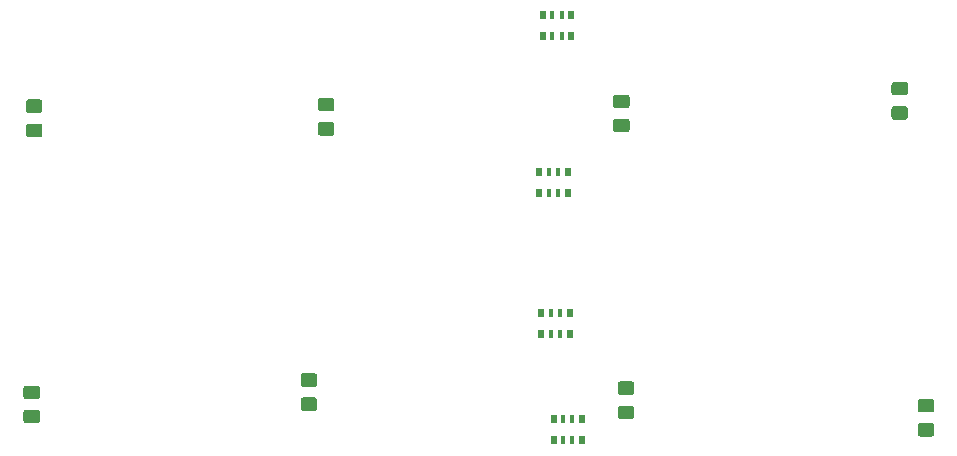
<source format=gbr>
G04 #@! TF.GenerationSoftware,KiCad,Pcbnew,(5.1.5)-3*
G04 #@! TF.CreationDate,2020-07-03T21:40:14-07:00*
G04 #@! TF.ProjectId,Sparkfun_buttons,53706172-6b66-4756-9e5f-627574746f6e,rev?*
G04 #@! TF.SameCoordinates,Original*
G04 #@! TF.FileFunction,Paste,Bot*
G04 #@! TF.FilePolarity,Positive*
%FSLAX46Y46*%
G04 Gerber Fmt 4.6, Leading zero omitted, Abs format (unit mm)*
G04 Created by KiCad (PCBNEW (5.1.5)-3) date 2020-07-03 21:40:14*
%MOMM*%
%LPD*%
G04 APERTURE LIST*
%ADD10C,0.100000*%
%ADD11R,0.500000X0.800000*%
%ADD12R,0.400000X0.800000*%
G04 APERTURE END LIST*
D10*
G36*
X86021705Y-51768204D02*
G01*
X86045973Y-51771804D01*
X86069772Y-51777765D01*
X86092871Y-51786030D01*
X86115050Y-51796520D01*
X86136093Y-51809132D01*
X86155799Y-51823747D01*
X86173977Y-51840223D01*
X86190453Y-51858401D01*
X86205068Y-51878107D01*
X86217680Y-51899150D01*
X86228170Y-51921329D01*
X86236435Y-51944428D01*
X86242396Y-51968227D01*
X86245996Y-51992495D01*
X86247200Y-52016999D01*
X86247200Y-52667001D01*
X86245996Y-52691505D01*
X86242396Y-52715773D01*
X86236435Y-52739572D01*
X86228170Y-52762671D01*
X86217680Y-52784850D01*
X86205068Y-52805893D01*
X86190453Y-52825599D01*
X86173977Y-52843777D01*
X86155799Y-52860253D01*
X86136093Y-52874868D01*
X86115050Y-52887480D01*
X86092871Y-52897970D01*
X86069772Y-52906235D01*
X86045973Y-52912196D01*
X86021705Y-52915796D01*
X85997201Y-52917000D01*
X85097199Y-52917000D01*
X85072695Y-52915796D01*
X85048427Y-52912196D01*
X85024628Y-52906235D01*
X85001529Y-52897970D01*
X84979350Y-52887480D01*
X84958307Y-52874868D01*
X84938601Y-52860253D01*
X84920423Y-52843777D01*
X84903947Y-52825599D01*
X84889332Y-52805893D01*
X84876720Y-52784850D01*
X84866230Y-52762671D01*
X84857965Y-52739572D01*
X84852004Y-52715773D01*
X84848404Y-52691505D01*
X84847200Y-52667001D01*
X84847200Y-52016999D01*
X84848404Y-51992495D01*
X84852004Y-51968227D01*
X84857965Y-51944428D01*
X84866230Y-51921329D01*
X84876720Y-51899150D01*
X84889332Y-51878107D01*
X84903947Y-51858401D01*
X84920423Y-51840223D01*
X84938601Y-51823747D01*
X84958307Y-51809132D01*
X84979350Y-51796520D01*
X85001529Y-51786030D01*
X85024628Y-51777765D01*
X85048427Y-51771804D01*
X85072695Y-51768204D01*
X85097199Y-51767000D01*
X85997201Y-51767000D01*
X86021705Y-51768204D01*
G37*
G36*
X86021705Y-49718204D02*
G01*
X86045973Y-49721804D01*
X86069772Y-49727765D01*
X86092871Y-49736030D01*
X86115050Y-49746520D01*
X86136093Y-49759132D01*
X86155799Y-49773747D01*
X86173977Y-49790223D01*
X86190453Y-49808401D01*
X86205068Y-49828107D01*
X86217680Y-49849150D01*
X86228170Y-49871329D01*
X86236435Y-49894428D01*
X86242396Y-49918227D01*
X86245996Y-49942495D01*
X86247200Y-49966999D01*
X86247200Y-50617001D01*
X86245996Y-50641505D01*
X86242396Y-50665773D01*
X86236435Y-50689572D01*
X86228170Y-50712671D01*
X86217680Y-50734850D01*
X86205068Y-50755893D01*
X86190453Y-50775599D01*
X86173977Y-50793777D01*
X86155799Y-50810253D01*
X86136093Y-50824868D01*
X86115050Y-50837480D01*
X86092871Y-50847970D01*
X86069772Y-50856235D01*
X86045973Y-50862196D01*
X86021705Y-50865796D01*
X85997201Y-50867000D01*
X85097199Y-50867000D01*
X85072695Y-50865796D01*
X85048427Y-50862196D01*
X85024628Y-50856235D01*
X85001529Y-50847970D01*
X84979350Y-50837480D01*
X84958307Y-50824868D01*
X84938601Y-50810253D01*
X84920423Y-50793777D01*
X84903947Y-50775599D01*
X84889332Y-50755893D01*
X84876720Y-50734850D01*
X84866230Y-50712671D01*
X84857965Y-50689572D01*
X84852004Y-50665773D01*
X84848404Y-50641505D01*
X84847200Y-50617001D01*
X84847200Y-49966999D01*
X84848404Y-49942495D01*
X84852004Y-49918227D01*
X84857965Y-49894428D01*
X84866230Y-49871329D01*
X84876720Y-49849150D01*
X84889332Y-49828107D01*
X84903947Y-49808401D01*
X84920423Y-49790223D01*
X84938601Y-49773747D01*
X84958307Y-49759132D01*
X84979350Y-49746520D01*
X85001529Y-49736030D01*
X85024628Y-49727765D01*
X85048427Y-49721804D01*
X85072695Y-49718204D01*
X85097199Y-49717000D01*
X85997201Y-49717000D01*
X86021705Y-49718204D01*
G37*
G36*
X85805805Y-75999804D02*
G01*
X85830073Y-76003404D01*
X85853872Y-76009365D01*
X85876971Y-76017630D01*
X85899150Y-76028120D01*
X85920193Y-76040732D01*
X85939899Y-76055347D01*
X85958077Y-76071823D01*
X85974553Y-76090001D01*
X85989168Y-76109707D01*
X86001780Y-76130750D01*
X86012270Y-76152929D01*
X86020535Y-76176028D01*
X86026496Y-76199827D01*
X86030096Y-76224095D01*
X86031300Y-76248599D01*
X86031300Y-76898601D01*
X86030096Y-76923105D01*
X86026496Y-76947373D01*
X86020535Y-76971172D01*
X86012270Y-76994271D01*
X86001780Y-77016450D01*
X85989168Y-77037493D01*
X85974553Y-77057199D01*
X85958077Y-77075377D01*
X85939899Y-77091853D01*
X85920193Y-77106468D01*
X85899150Y-77119080D01*
X85876971Y-77129570D01*
X85853872Y-77137835D01*
X85830073Y-77143796D01*
X85805805Y-77147396D01*
X85781301Y-77148600D01*
X84881299Y-77148600D01*
X84856795Y-77147396D01*
X84832527Y-77143796D01*
X84808728Y-77137835D01*
X84785629Y-77129570D01*
X84763450Y-77119080D01*
X84742407Y-77106468D01*
X84722701Y-77091853D01*
X84704523Y-77075377D01*
X84688047Y-77057199D01*
X84673432Y-77037493D01*
X84660820Y-77016450D01*
X84650330Y-76994271D01*
X84642065Y-76971172D01*
X84636104Y-76947373D01*
X84632504Y-76923105D01*
X84631300Y-76898601D01*
X84631300Y-76248599D01*
X84632504Y-76224095D01*
X84636104Y-76199827D01*
X84642065Y-76176028D01*
X84650330Y-76152929D01*
X84660820Y-76130750D01*
X84673432Y-76109707D01*
X84688047Y-76090001D01*
X84704523Y-76071823D01*
X84722701Y-76055347D01*
X84742407Y-76040732D01*
X84763450Y-76028120D01*
X84785629Y-76017630D01*
X84808728Y-76009365D01*
X84832527Y-76003404D01*
X84856795Y-75999804D01*
X84881299Y-75998600D01*
X85781301Y-75998600D01*
X85805805Y-75999804D01*
G37*
G36*
X85805805Y-73949804D02*
G01*
X85830073Y-73953404D01*
X85853872Y-73959365D01*
X85876971Y-73967630D01*
X85899150Y-73978120D01*
X85920193Y-73990732D01*
X85939899Y-74005347D01*
X85958077Y-74021823D01*
X85974553Y-74040001D01*
X85989168Y-74059707D01*
X86001780Y-74080750D01*
X86012270Y-74102929D01*
X86020535Y-74126028D01*
X86026496Y-74149827D01*
X86030096Y-74174095D01*
X86031300Y-74198599D01*
X86031300Y-74848601D01*
X86030096Y-74873105D01*
X86026496Y-74897373D01*
X86020535Y-74921172D01*
X86012270Y-74944271D01*
X86001780Y-74966450D01*
X85989168Y-74987493D01*
X85974553Y-75007199D01*
X85958077Y-75025377D01*
X85939899Y-75041853D01*
X85920193Y-75056468D01*
X85899150Y-75069080D01*
X85876971Y-75079570D01*
X85853872Y-75087835D01*
X85830073Y-75093796D01*
X85805805Y-75097396D01*
X85781301Y-75098600D01*
X84881299Y-75098600D01*
X84856795Y-75097396D01*
X84832527Y-75093796D01*
X84808728Y-75087835D01*
X84785629Y-75079570D01*
X84763450Y-75069080D01*
X84742407Y-75056468D01*
X84722701Y-75041853D01*
X84704523Y-75025377D01*
X84688047Y-75007199D01*
X84673432Y-74987493D01*
X84660820Y-74966450D01*
X84650330Y-74944271D01*
X84642065Y-74921172D01*
X84636104Y-74897373D01*
X84632504Y-74873105D01*
X84631300Y-74848601D01*
X84631300Y-74198599D01*
X84632504Y-74174095D01*
X84636104Y-74149827D01*
X84642065Y-74126028D01*
X84650330Y-74102929D01*
X84660820Y-74080750D01*
X84673432Y-74059707D01*
X84688047Y-74040001D01*
X84704523Y-74021823D01*
X84722701Y-74005347D01*
X84742407Y-73990732D01*
X84763450Y-73978120D01*
X84785629Y-73967630D01*
X84808728Y-73959365D01*
X84832527Y-73953404D01*
X84856795Y-73949804D01*
X84881299Y-73948600D01*
X85781301Y-73948600D01*
X85805805Y-73949804D01*
G37*
G36*
X110735905Y-49591204D02*
G01*
X110760173Y-49594804D01*
X110783972Y-49600765D01*
X110807071Y-49609030D01*
X110829250Y-49619520D01*
X110850293Y-49632132D01*
X110869999Y-49646747D01*
X110888177Y-49663223D01*
X110904653Y-49681401D01*
X110919268Y-49701107D01*
X110931880Y-49722150D01*
X110942370Y-49744329D01*
X110950635Y-49767428D01*
X110956596Y-49791227D01*
X110960196Y-49815495D01*
X110961400Y-49839999D01*
X110961400Y-50490001D01*
X110960196Y-50514505D01*
X110956596Y-50538773D01*
X110950635Y-50562572D01*
X110942370Y-50585671D01*
X110931880Y-50607850D01*
X110919268Y-50628893D01*
X110904653Y-50648599D01*
X110888177Y-50666777D01*
X110869999Y-50683253D01*
X110850293Y-50697868D01*
X110829250Y-50710480D01*
X110807071Y-50720970D01*
X110783972Y-50729235D01*
X110760173Y-50735196D01*
X110735905Y-50738796D01*
X110711401Y-50740000D01*
X109811399Y-50740000D01*
X109786895Y-50738796D01*
X109762627Y-50735196D01*
X109738828Y-50729235D01*
X109715729Y-50720970D01*
X109693550Y-50710480D01*
X109672507Y-50697868D01*
X109652801Y-50683253D01*
X109634623Y-50666777D01*
X109618147Y-50648599D01*
X109603532Y-50628893D01*
X109590920Y-50607850D01*
X109580430Y-50585671D01*
X109572165Y-50562572D01*
X109566204Y-50538773D01*
X109562604Y-50514505D01*
X109561400Y-50490001D01*
X109561400Y-49839999D01*
X109562604Y-49815495D01*
X109566204Y-49791227D01*
X109572165Y-49767428D01*
X109580430Y-49744329D01*
X109590920Y-49722150D01*
X109603532Y-49701107D01*
X109618147Y-49681401D01*
X109634623Y-49663223D01*
X109652801Y-49646747D01*
X109672507Y-49632132D01*
X109693550Y-49619520D01*
X109715729Y-49609030D01*
X109738828Y-49600765D01*
X109762627Y-49594804D01*
X109786895Y-49591204D01*
X109811399Y-49590000D01*
X110711401Y-49590000D01*
X110735905Y-49591204D01*
G37*
G36*
X110735905Y-51641204D02*
G01*
X110760173Y-51644804D01*
X110783972Y-51650765D01*
X110807071Y-51659030D01*
X110829250Y-51669520D01*
X110850293Y-51682132D01*
X110869999Y-51696747D01*
X110888177Y-51713223D01*
X110904653Y-51731401D01*
X110919268Y-51751107D01*
X110931880Y-51772150D01*
X110942370Y-51794329D01*
X110950635Y-51817428D01*
X110956596Y-51841227D01*
X110960196Y-51865495D01*
X110961400Y-51889999D01*
X110961400Y-52540001D01*
X110960196Y-52564505D01*
X110956596Y-52588773D01*
X110950635Y-52612572D01*
X110942370Y-52635671D01*
X110931880Y-52657850D01*
X110919268Y-52678893D01*
X110904653Y-52698599D01*
X110888177Y-52716777D01*
X110869999Y-52733253D01*
X110850293Y-52747868D01*
X110829250Y-52760480D01*
X110807071Y-52770970D01*
X110783972Y-52779235D01*
X110760173Y-52785196D01*
X110735905Y-52788796D01*
X110711401Y-52790000D01*
X109811399Y-52790000D01*
X109786895Y-52788796D01*
X109762627Y-52785196D01*
X109738828Y-52779235D01*
X109715729Y-52770970D01*
X109693550Y-52760480D01*
X109672507Y-52747868D01*
X109652801Y-52733253D01*
X109634623Y-52716777D01*
X109618147Y-52698599D01*
X109603532Y-52678893D01*
X109590920Y-52657850D01*
X109580430Y-52635671D01*
X109572165Y-52612572D01*
X109566204Y-52588773D01*
X109562604Y-52564505D01*
X109561400Y-52540001D01*
X109561400Y-51889999D01*
X109562604Y-51865495D01*
X109566204Y-51841227D01*
X109572165Y-51817428D01*
X109580430Y-51794329D01*
X109590920Y-51772150D01*
X109603532Y-51751107D01*
X109618147Y-51731401D01*
X109634623Y-51713223D01*
X109652801Y-51696747D01*
X109672507Y-51682132D01*
X109693550Y-51669520D01*
X109715729Y-51659030D01*
X109738828Y-51650765D01*
X109762627Y-51644804D01*
X109786895Y-51641204D01*
X109811399Y-51640000D01*
X110711401Y-51640000D01*
X110735905Y-51641204D01*
G37*
G36*
X109275405Y-72895704D02*
G01*
X109299673Y-72899304D01*
X109323472Y-72905265D01*
X109346571Y-72913530D01*
X109368750Y-72924020D01*
X109389793Y-72936632D01*
X109409499Y-72951247D01*
X109427677Y-72967723D01*
X109444153Y-72985901D01*
X109458768Y-73005607D01*
X109471380Y-73026650D01*
X109481870Y-73048829D01*
X109490135Y-73071928D01*
X109496096Y-73095727D01*
X109499696Y-73119995D01*
X109500900Y-73144499D01*
X109500900Y-73794501D01*
X109499696Y-73819005D01*
X109496096Y-73843273D01*
X109490135Y-73867072D01*
X109481870Y-73890171D01*
X109471380Y-73912350D01*
X109458768Y-73933393D01*
X109444153Y-73953099D01*
X109427677Y-73971277D01*
X109409499Y-73987753D01*
X109389793Y-74002368D01*
X109368750Y-74014980D01*
X109346571Y-74025470D01*
X109323472Y-74033735D01*
X109299673Y-74039696D01*
X109275405Y-74043296D01*
X109250901Y-74044500D01*
X108350899Y-74044500D01*
X108326395Y-74043296D01*
X108302127Y-74039696D01*
X108278328Y-74033735D01*
X108255229Y-74025470D01*
X108233050Y-74014980D01*
X108212007Y-74002368D01*
X108192301Y-73987753D01*
X108174123Y-73971277D01*
X108157647Y-73953099D01*
X108143032Y-73933393D01*
X108130420Y-73912350D01*
X108119930Y-73890171D01*
X108111665Y-73867072D01*
X108105704Y-73843273D01*
X108102104Y-73819005D01*
X108100900Y-73794501D01*
X108100900Y-73144499D01*
X108102104Y-73119995D01*
X108105704Y-73095727D01*
X108111665Y-73071928D01*
X108119930Y-73048829D01*
X108130420Y-73026650D01*
X108143032Y-73005607D01*
X108157647Y-72985901D01*
X108174123Y-72967723D01*
X108192301Y-72951247D01*
X108212007Y-72936632D01*
X108233050Y-72924020D01*
X108255229Y-72913530D01*
X108278328Y-72905265D01*
X108302127Y-72899304D01*
X108326395Y-72895704D01*
X108350899Y-72894500D01*
X109250901Y-72894500D01*
X109275405Y-72895704D01*
G37*
G36*
X109275405Y-74945704D02*
G01*
X109299673Y-74949304D01*
X109323472Y-74955265D01*
X109346571Y-74963530D01*
X109368750Y-74974020D01*
X109389793Y-74986632D01*
X109409499Y-75001247D01*
X109427677Y-75017723D01*
X109444153Y-75035901D01*
X109458768Y-75055607D01*
X109471380Y-75076650D01*
X109481870Y-75098829D01*
X109490135Y-75121928D01*
X109496096Y-75145727D01*
X109499696Y-75169995D01*
X109500900Y-75194499D01*
X109500900Y-75844501D01*
X109499696Y-75869005D01*
X109496096Y-75893273D01*
X109490135Y-75917072D01*
X109481870Y-75940171D01*
X109471380Y-75962350D01*
X109458768Y-75983393D01*
X109444153Y-76003099D01*
X109427677Y-76021277D01*
X109409499Y-76037753D01*
X109389793Y-76052368D01*
X109368750Y-76064980D01*
X109346571Y-76075470D01*
X109323472Y-76083735D01*
X109299673Y-76089696D01*
X109275405Y-76093296D01*
X109250901Y-76094500D01*
X108350899Y-76094500D01*
X108326395Y-76093296D01*
X108302127Y-76089696D01*
X108278328Y-76083735D01*
X108255229Y-76075470D01*
X108233050Y-76064980D01*
X108212007Y-76052368D01*
X108192301Y-76037753D01*
X108174123Y-76021277D01*
X108157647Y-76003099D01*
X108143032Y-75983393D01*
X108130420Y-75962350D01*
X108119930Y-75940171D01*
X108111665Y-75917072D01*
X108105704Y-75893273D01*
X108102104Y-75869005D01*
X108100900Y-75844501D01*
X108100900Y-75194499D01*
X108102104Y-75169995D01*
X108105704Y-75145727D01*
X108111665Y-75121928D01*
X108119930Y-75098829D01*
X108130420Y-75076650D01*
X108143032Y-75055607D01*
X108157647Y-75035901D01*
X108174123Y-75017723D01*
X108192301Y-75001247D01*
X108212007Y-74986632D01*
X108233050Y-74974020D01*
X108255229Y-74963530D01*
X108278328Y-74955265D01*
X108302127Y-74949304D01*
X108326395Y-74945704D01*
X108350899Y-74944500D01*
X109250901Y-74944500D01*
X109275405Y-74945704D01*
G37*
G36*
X135729505Y-51361804D02*
G01*
X135753773Y-51365404D01*
X135777572Y-51371365D01*
X135800671Y-51379630D01*
X135822850Y-51390120D01*
X135843893Y-51402732D01*
X135863599Y-51417347D01*
X135881777Y-51433823D01*
X135898253Y-51452001D01*
X135912868Y-51471707D01*
X135925480Y-51492750D01*
X135935970Y-51514929D01*
X135944235Y-51538028D01*
X135950196Y-51561827D01*
X135953796Y-51586095D01*
X135955000Y-51610599D01*
X135955000Y-52260601D01*
X135953796Y-52285105D01*
X135950196Y-52309373D01*
X135944235Y-52333172D01*
X135935970Y-52356271D01*
X135925480Y-52378450D01*
X135912868Y-52399493D01*
X135898253Y-52419199D01*
X135881777Y-52437377D01*
X135863599Y-52453853D01*
X135843893Y-52468468D01*
X135822850Y-52481080D01*
X135800671Y-52491570D01*
X135777572Y-52499835D01*
X135753773Y-52505796D01*
X135729505Y-52509396D01*
X135705001Y-52510600D01*
X134804999Y-52510600D01*
X134780495Y-52509396D01*
X134756227Y-52505796D01*
X134732428Y-52499835D01*
X134709329Y-52491570D01*
X134687150Y-52481080D01*
X134666107Y-52468468D01*
X134646401Y-52453853D01*
X134628223Y-52437377D01*
X134611747Y-52419199D01*
X134597132Y-52399493D01*
X134584520Y-52378450D01*
X134574030Y-52356271D01*
X134565765Y-52333172D01*
X134559804Y-52309373D01*
X134556204Y-52285105D01*
X134555000Y-52260601D01*
X134555000Y-51610599D01*
X134556204Y-51586095D01*
X134559804Y-51561827D01*
X134565765Y-51538028D01*
X134574030Y-51514929D01*
X134584520Y-51492750D01*
X134597132Y-51471707D01*
X134611747Y-51452001D01*
X134628223Y-51433823D01*
X134646401Y-51417347D01*
X134666107Y-51402732D01*
X134687150Y-51390120D01*
X134709329Y-51379630D01*
X134732428Y-51371365D01*
X134756227Y-51365404D01*
X134780495Y-51361804D01*
X134804999Y-51360600D01*
X135705001Y-51360600D01*
X135729505Y-51361804D01*
G37*
G36*
X135729505Y-49311804D02*
G01*
X135753773Y-49315404D01*
X135777572Y-49321365D01*
X135800671Y-49329630D01*
X135822850Y-49340120D01*
X135843893Y-49352732D01*
X135863599Y-49367347D01*
X135881777Y-49383823D01*
X135898253Y-49402001D01*
X135912868Y-49421707D01*
X135925480Y-49442750D01*
X135935970Y-49464929D01*
X135944235Y-49488028D01*
X135950196Y-49511827D01*
X135953796Y-49536095D01*
X135955000Y-49560599D01*
X135955000Y-50210601D01*
X135953796Y-50235105D01*
X135950196Y-50259373D01*
X135944235Y-50283172D01*
X135935970Y-50306271D01*
X135925480Y-50328450D01*
X135912868Y-50349493D01*
X135898253Y-50369199D01*
X135881777Y-50387377D01*
X135863599Y-50403853D01*
X135843893Y-50418468D01*
X135822850Y-50431080D01*
X135800671Y-50441570D01*
X135777572Y-50449835D01*
X135753773Y-50455796D01*
X135729505Y-50459396D01*
X135705001Y-50460600D01*
X134804999Y-50460600D01*
X134780495Y-50459396D01*
X134756227Y-50455796D01*
X134732428Y-50449835D01*
X134709329Y-50441570D01*
X134687150Y-50431080D01*
X134666107Y-50418468D01*
X134646401Y-50403853D01*
X134628223Y-50387377D01*
X134611747Y-50369199D01*
X134597132Y-50349493D01*
X134584520Y-50328450D01*
X134574030Y-50306271D01*
X134565765Y-50283172D01*
X134559804Y-50259373D01*
X134556204Y-50235105D01*
X134555000Y-50210601D01*
X134555000Y-49560599D01*
X134556204Y-49536095D01*
X134559804Y-49511827D01*
X134565765Y-49488028D01*
X134574030Y-49464929D01*
X134584520Y-49442750D01*
X134597132Y-49421707D01*
X134611747Y-49402001D01*
X134628223Y-49383823D01*
X134646401Y-49367347D01*
X134666107Y-49352732D01*
X134687150Y-49340120D01*
X134709329Y-49329630D01*
X134732428Y-49321365D01*
X134756227Y-49315404D01*
X134780495Y-49311804D01*
X134804999Y-49310600D01*
X135705001Y-49310600D01*
X135729505Y-49311804D01*
G37*
G36*
X136123205Y-75644204D02*
G01*
X136147473Y-75647804D01*
X136171272Y-75653765D01*
X136194371Y-75662030D01*
X136216550Y-75672520D01*
X136237593Y-75685132D01*
X136257299Y-75699747D01*
X136275477Y-75716223D01*
X136291953Y-75734401D01*
X136306568Y-75754107D01*
X136319180Y-75775150D01*
X136329670Y-75797329D01*
X136337935Y-75820428D01*
X136343896Y-75844227D01*
X136347496Y-75868495D01*
X136348700Y-75892999D01*
X136348700Y-76543001D01*
X136347496Y-76567505D01*
X136343896Y-76591773D01*
X136337935Y-76615572D01*
X136329670Y-76638671D01*
X136319180Y-76660850D01*
X136306568Y-76681893D01*
X136291953Y-76701599D01*
X136275477Y-76719777D01*
X136257299Y-76736253D01*
X136237593Y-76750868D01*
X136216550Y-76763480D01*
X136194371Y-76773970D01*
X136171272Y-76782235D01*
X136147473Y-76788196D01*
X136123205Y-76791796D01*
X136098701Y-76793000D01*
X135198699Y-76793000D01*
X135174195Y-76791796D01*
X135149927Y-76788196D01*
X135126128Y-76782235D01*
X135103029Y-76773970D01*
X135080850Y-76763480D01*
X135059807Y-76750868D01*
X135040101Y-76736253D01*
X135021923Y-76719777D01*
X135005447Y-76701599D01*
X134990832Y-76681893D01*
X134978220Y-76660850D01*
X134967730Y-76638671D01*
X134959465Y-76615572D01*
X134953504Y-76591773D01*
X134949904Y-76567505D01*
X134948700Y-76543001D01*
X134948700Y-75892999D01*
X134949904Y-75868495D01*
X134953504Y-75844227D01*
X134959465Y-75820428D01*
X134967730Y-75797329D01*
X134978220Y-75775150D01*
X134990832Y-75754107D01*
X135005447Y-75734401D01*
X135021923Y-75716223D01*
X135040101Y-75699747D01*
X135059807Y-75685132D01*
X135080850Y-75672520D01*
X135103029Y-75662030D01*
X135126128Y-75653765D01*
X135149927Y-75647804D01*
X135174195Y-75644204D01*
X135198699Y-75643000D01*
X136098701Y-75643000D01*
X136123205Y-75644204D01*
G37*
G36*
X136123205Y-73594204D02*
G01*
X136147473Y-73597804D01*
X136171272Y-73603765D01*
X136194371Y-73612030D01*
X136216550Y-73622520D01*
X136237593Y-73635132D01*
X136257299Y-73649747D01*
X136275477Y-73666223D01*
X136291953Y-73684401D01*
X136306568Y-73704107D01*
X136319180Y-73725150D01*
X136329670Y-73747329D01*
X136337935Y-73770428D01*
X136343896Y-73794227D01*
X136347496Y-73818495D01*
X136348700Y-73842999D01*
X136348700Y-74493001D01*
X136347496Y-74517505D01*
X136343896Y-74541773D01*
X136337935Y-74565572D01*
X136329670Y-74588671D01*
X136319180Y-74610850D01*
X136306568Y-74631893D01*
X136291953Y-74651599D01*
X136275477Y-74669777D01*
X136257299Y-74686253D01*
X136237593Y-74700868D01*
X136216550Y-74713480D01*
X136194371Y-74723970D01*
X136171272Y-74732235D01*
X136147473Y-74738196D01*
X136123205Y-74741796D01*
X136098701Y-74743000D01*
X135198699Y-74743000D01*
X135174195Y-74741796D01*
X135149927Y-74738196D01*
X135126128Y-74732235D01*
X135103029Y-74723970D01*
X135080850Y-74713480D01*
X135059807Y-74700868D01*
X135040101Y-74686253D01*
X135021923Y-74669777D01*
X135005447Y-74651599D01*
X134990832Y-74631893D01*
X134978220Y-74610850D01*
X134967730Y-74588671D01*
X134959465Y-74565572D01*
X134953504Y-74541773D01*
X134949904Y-74517505D01*
X134948700Y-74493001D01*
X134948700Y-73842999D01*
X134949904Y-73818495D01*
X134953504Y-73794227D01*
X134959465Y-73770428D01*
X134967730Y-73747329D01*
X134978220Y-73725150D01*
X134990832Y-73704107D01*
X135005447Y-73684401D01*
X135021923Y-73666223D01*
X135040101Y-73649747D01*
X135059807Y-73635132D01*
X135080850Y-73622520D01*
X135103029Y-73612030D01*
X135126128Y-73603765D01*
X135149927Y-73597804D01*
X135174195Y-73594204D01*
X135198699Y-73593000D01*
X136098701Y-73593000D01*
X136123205Y-73594204D01*
G37*
G36*
X159300705Y-48232304D02*
G01*
X159324973Y-48235904D01*
X159348772Y-48241865D01*
X159371871Y-48250130D01*
X159394050Y-48260620D01*
X159415093Y-48273232D01*
X159434799Y-48287847D01*
X159452977Y-48304323D01*
X159469453Y-48322501D01*
X159484068Y-48342207D01*
X159496680Y-48363250D01*
X159507170Y-48385429D01*
X159515435Y-48408528D01*
X159521396Y-48432327D01*
X159524996Y-48456595D01*
X159526200Y-48481099D01*
X159526200Y-49131101D01*
X159524996Y-49155605D01*
X159521396Y-49179873D01*
X159515435Y-49203672D01*
X159507170Y-49226771D01*
X159496680Y-49248950D01*
X159484068Y-49269993D01*
X159469453Y-49289699D01*
X159452977Y-49307877D01*
X159434799Y-49324353D01*
X159415093Y-49338968D01*
X159394050Y-49351580D01*
X159371871Y-49362070D01*
X159348772Y-49370335D01*
X159324973Y-49376296D01*
X159300705Y-49379896D01*
X159276201Y-49381100D01*
X158376199Y-49381100D01*
X158351695Y-49379896D01*
X158327427Y-49376296D01*
X158303628Y-49370335D01*
X158280529Y-49362070D01*
X158258350Y-49351580D01*
X158237307Y-49338968D01*
X158217601Y-49324353D01*
X158199423Y-49307877D01*
X158182947Y-49289699D01*
X158168332Y-49269993D01*
X158155720Y-49248950D01*
X158145230Y-49226771D01*
X158136965Y-49203672D01*
X158131004Y-49179873D01*
X158127404Y-49155605D01*
X158126200Y-49131101D01*
X158126200Y-48481099D01*
X158127404Y-48456595D01*
X158131004Y-48432327D01*
X158136965Y-48408528D01*
X158145230Y-48385429D01*
X158155720Y-48363250D01*
X158168332Y-48342207D01*
X158182947Y-48322501D01*
X158199423Y-48304323D01*
X158217601Y-48287847D01*
X158237307Y-48273232D01*
X158258350Y-48260620D01*
X158280529Y-48250130D01*
X158303628Y-48241865D01*
X158327427Y-48235904D01*
X158351695Y-48232304D01*
X158376199Y-48231100D01*
X159276201Y-48231100D01*
X159300705Y-48232304D01*
G37*
G36*
X159300705Y-50282304D02*
G01*
X159324973Y-50285904D01*
X159348772Y-50291865D01*
X159371871Y-50300130D01*
X159394050Y-50310620D01*
X159415093Y-50323232D01*
X159434799Y-50337847D01*
X159452977Y-50354323D01*
X159469453Y-50372501D01*
X159484068Y-50392207D01*
X159496680Y-50413250D01*
X159507170Y-50435429D01*
X159515435Y-50458528D01*
X159521396Y-50482327D01*
X159524996Y-50506595D01*
X159526200Y-50531099D01*
X159526200Y-51181101D01*
X159524996Y-51205605D01*
X159521396Y-51229873D01*
X159515435Y-51253672D01*
X159507170Y-51276771D01*
X159496680Y-51298950D01*
X159484068Y-51319993D01*
X159469453Y-51339699D01*
X159452977Y-51357877D01*
X159434799Y-51374353D01*
X159415093Y-51388968D01*
X159394050Y-51401580D01*
X159371871Y-51412070D01*
X159348772Y-51420335D01*
X159324973Y-51426296D01*
X159300705Y-51429896D01*
X159276201Y-51431100D01*
X158376199Y-51431100D01*
X158351695Y-51429896D01*
X158327427Y-51426296D01*
X158303628Y-51420335D01*
X158280529Y-51412070D01*
X158258350Y-51401580D01*
X158237307Y-51388968D01*
X158217601Y-51374353D01*
X158199423Y-51357877D01*
X158182947Y-51339699D01*
X158168332Y-51319993D01*
X158155720Y-51298950D01*
X158145230Y-51276771D01*
X158136965Y-51253672D01*
X158131004Y-51229873D01*
X158127404Y-51205605D01*
X158126200Y-51181101D01*
X158126200Y-50531099D01*
X158127404Y-50506595D01*
X158131004Y-50482327D01*
X158136965Y-50458528D01*
X158145230Y-50435429D01*
X158155720Y-50413250D01*
X158168332Y-50392207D01*
X158182947Y-50372501D01*
X158199423Y-50354323D01*
X158217601Y-50337847D01*
X158237307Y-50323232D01*
X158258350Y-50310620D01*
X158280529Y-50300130D01*
X158303628Y-50291865D01*
X158327427Y-50285904D01*
X158351695Y-50282304D01*
X158376199Y-50281100D01*
X159276201Y-50281100D01*
X159300705Y-50282304D01*
G37*
G36*
X161523205Y-75067404D02*
G01*
X161547473Y-75071004D01*
X161571272Y-75076965D01*
X161594371Y-75085230D01*
X161616550Y-75095720D01*
X161637593Y-75108332D01*
X161657299Y-75122947D01*
X161675477Y-75139423D01*
X161691953Y-75157601D01*
X161706568Y-75177307D01*
X161719180Y-75198350D01*
X161729670Y-75220529D01*
X161737935Y-75243628D01*
X161743896Y-75267427D01*
X161747496Y-75291695D01*
X161748700Y-75316199D01*
X161748700Y-75966201D01*
X161747496Y-75990705D01*
X161743896Y-76014973D01*
X161737935Y-76038772D01*
X161729670Y-76061871D01*
X161719180Y-76084050D01*
X161706568Y-76105093D01*
X161691953Y-76124799D01*
X161675477Y-76142977D01*
X161657299Y-76159453D01*
X161637593Y-76174068D01*
X161616550Y-76186680D01*
X161594371Y-76197170D01*
X161571272Y-76205435D01*
X161547473Y-76211396D01*
X161523205Y-76214996D01*
X161498701Y-76216200D01*
X160598699Y-76216200D01*
X160574195Y-76214996D01*
X160549927Y-76211396D01*
X160526128Y-76205435D01*
X160503029Y-76197170D01*
X160480850Y-76186680D01*
X160459807Y-76174068D01*
X160440101Y-76159453D01*
X160421923Y-76142977D01*
X160405447Y-76124799D01*
X160390832Y-76105093D01*
X160378220Y-76084050D01*
X160367730Y-76061871D01*
X160359465Y-76038772D01*
X160353504Y-76014973D01*
X160349904Y-75990705D01*
X160348700Y-75966201D01*
X160348700Y-75316199D01*
X160349904Y-75291695D01*
X160353504Y-75267427D01*
X160359465Y-75243628D01*
X160367730Y-75220529D01*
X160378220Y-75198350D01*
X160390832Y-75177307D01*
X160405447Y-75157601D01*
X160421923Y-75139423D01*
X160440101Y-75122947D01*
X160459807Y-75108332D01*
X160480850Y-75095720D01*
X160503029Y-75085230D01*
X160526128Y-75076965D01*
X160549927Y-75071004D01*
X160574195Y-75067404D01*
X160598699Y-75066200D01*
X161498701Y-75066200D01*
X161523205Y-75067404D01*
G37*
G36*
X161523205Y-77117404D02*
G01*
X161547473Y-77121004D01*
X161571272Y-77126965D01*
X161594371Y-77135230D01*
X161616550Y-77145720D01*
X161637593Y-77158332D01*
X161657299Y-77172947D01*
X161675477Y-77189423D01*
X161691953Y-77207601D01*
X161706568Y-77227307D01*
X161719180Y-77248350D01*
X161729670Y-77270529D01*
X161737935Y-77293628D01*
X161743896Y-77317427D01*
X161747496Y-77341695D01*
X161748700Y-77366199D01*
X161748700Y-78016201D01*
X161747496Y-78040705D01*
X161743896Y-78064973D01*
X161737935Y-78088772D01*
X161729670Y-78111871D01*
X161719180Y-78134050D01*
X161706568Y-78155093D01*
X161691953Y-78174799D01*
X161675477Y-78192977D01*
X161657299Y-78209453D01*
X161637593Y-78224068D01*
X161616550Y-78236680D01*
X161594371Y-78247170D01*
X161571272Y-78255435D01*
X161547473Y-78261396D01*
X161523205Y-78264996D01*
X161498701Y-78266200D01*
X160598699Y-78266200D01*
X160574195Y-78264996D01*
X160549927Y-78261396D01*
X160526128Y-78255435D01*
X160503029Y-78247170D01*
X160480850Y-78236680D01*
X160459807Y-78224068D01*
X160440101Y-78209453D01*
X160421923Y-78192977D01*
X160405447Y-78174799D01*
X160390832Y-78155093D01*
X160378220Y-78134050D01*
X160367730Y-78111871D01*
X160359465Y-78088772D01*
X160353504Y-78064973D01*
X160349904Y-78040705D01*
X160348700Y-78016201D01*
X160348700Y-77366199D01*
X160349904Y-77341695D01*
X160353504Y-77317427D01*
X160359465Y-77293628D01*
X160367730Y-77270529D01*
X160378220Y-77248350D01*
X160390832Y-77227307D01*
X160405447Y-77207601D01*
X160421923Y-77189423D01*
X160440101Y-77172947D01*
X160459807Y-77158332D01*
X160480850Y-77145720D01*
X160503029Y-77135230D01*
X160526128Y-77126965D01*
X160549927Y-77121004D01*
X160574195Y-77117404D01*
X160598699Y-77116200D01*
X161498701Y-77116200D01*
X161523205Y-77117404D01*
G37*
D11*
X128600400Y-42586500D03*
D12*
X129400400Y-42586500D03*
D11*
X131000400Y-42586500D03*
D12*
X130200400Y-42586500D03*
D11*
X128600400Y-44386500D03*
D12*
X130200400Y-44386500D03*
X129400400Y-44386500D03*
D11*
X131000400Y-44386500D03*
X131914600Y-78587600D03*
D12*
X130314600Y-78587600D03*
X131114600Y-78587600D03*
D11*
X129514600Y-78587600D03*
D12*
X131114600Y-76787600D03*
D11*
X131914600Y-76787600D03*
D12*
X130314600Y-76787600D03*
D11*
X129514600Y-76787600D03*
X128308200Y-55841900D03*
D12*
X129108200Y-55841900D03*
D11*
X130708200Y-55841900D03*
D12*
X129908200Y-55841900D03*
D11*
X128308200Y-57641900D03*
D12*
X129908200Y-57641900D03*
X129108200Y-57641900D03*
D11*
X130708200Y-57641900D03*
X130879700Y-69581600D03*
D12*
X129279700Y-69581600D03*
X130079700Y-69581600D03*
D11*
X128479700Y-69581600D03*
D12*
X130079700Y-67781600D03*
D11*
X130879700Y-67781600D03*
D12*
X129279700Y-67781600D03*
D11*
X128479700Y-67781600D03*
M02*

</source>
